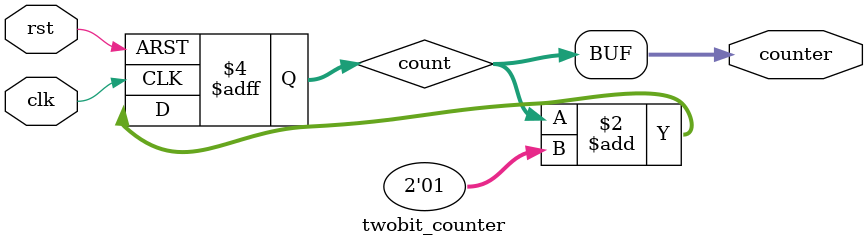
<source format=sv>

module twobit_counter
(
    input logic clk, rst,
    output logic [1:0] counter
);
    //Almacena las cuentas realizadas
    logic [1:0] count = 0;
    
    always @(posedge clk or posedge rst)
        begin
            if(rst)
                count <= 2'd0;
            else
                count <= count + 2'd1;
        end

    assign counter = count;
    
endmodule 
</source>
